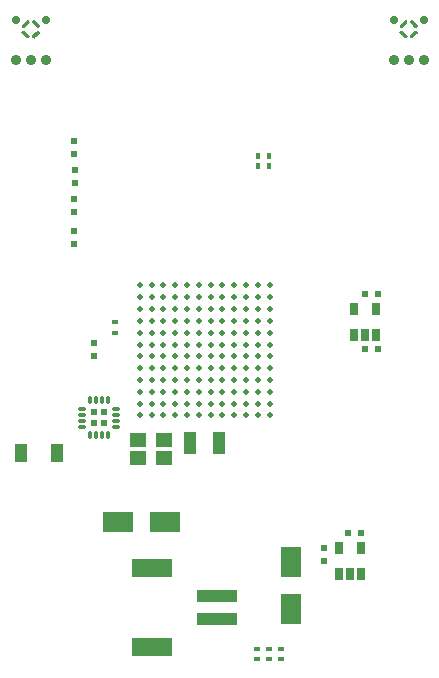
<source format=gbr>
G04 #@! TF.GenerationSoftware,KiCad,Pcbnew,(5.0.1-3-g963ef8bb5)*
G04 #@! TF.CreationDate,2019-03-06T12:47:45-08:00*
G04 #@! TF.ProjectId,Tympan_D,54796D70616E5F442E6B696361645F70,rev?*
G04 #@! TF.SameCoordinates,PX6d878d0PY72e6100*
G04 #@! TF.FileFunction,Paste,Bot*
G04 #@! TF.FilePolarity,Positive*
%FSLAX46Y46*%
G04 Gerber Fmt 4.6, Leading zero omitted, Abs format (unit mm)*
G04 Created by KiCad (PCBNEW (5.0.1-3-g963ef8bb5)) date Wednesday, March 06, 2019 at 12:47:45 PM*
%MOMM*%
%LPD*%
G01*
G04 APERTURE LIST*
%ADD10C,0.300000*%
%ADD11R,1.000000X1.600000*%
%ADD12R,0.650000X1.060000*%
%ADD13R,0.500000X0.600000*%
%ADD14R,0.600000X0.500000*%
%ADD15R,0.400000X0.600000*%
%ADD16R,0.600000X0.400000*%
%ADD17C,0.500380*%
%ADD18R,1.100000X1.900000*%
%ADD19R,1.400000X1.200000*%
%ADD20R,2.500000X1.700000*%
%ADD21R,1.700000X2.500000*%
%ADD22O,0.300000X0.750000*%
%ADD23O,0.750000X0.300000*%
%ADD24R,0.540000X0.540000*%
%ADD25C,0.900000*%
%ADD26C,0.700000*%
%ADD27R,3.500000X1.000000*%
%ADD28R,3.400000X1.500000*%
G04 APERTURE END LIST*
D10*
G04 #@! TO.C,MIC2*
X3615183Y55238370D02*
G75*
G02X3250000Y54880000I-615183J261630D01*
G01*
X2738370Y54884817D02*
G75*
G02X2380000Y55250000I261630J615183D01*
G01*
X2384817Y55761630D02*
G75*
G02X2750000Y56120000I615183J-261630D01*
G01*
X3261630Y56115183D02*
G75*
G02X3620000Y55750000I-261630J-615183D01*
G01*
G04 #@! TO.C,MIC1*
X35615183Y55238370D02*
G75*
G02X35250000Y54880000I-615183J261630D01*
G01*
X34738370Y54884817D02*
G75*
G02X34380000Y55250000I261630J615183D01*
G01*
X34384817Y55761630D02*
G75*
G02X34750000Y56120000I615183J-261630D01*
G01*
X35261630Y56115183D02*
G75*
G02X35620000Y55750000I-261630J-615183D01*
G01*
G04 #@! TD*
D11*
G04 #@! TO.C,F1*
X2200000Y19600000D03*
X5200000Y19600000D03*
G04 #@! TD*
D12*
G04 #@! TO.C,U4*
X32250000Y29650000D03*
X31300000Y29650000D03*
X30350000Y29650000D03*
X30350000Y31850000D03*
X32250000Y31850000D03*
G04 #@! TD*
D13*
G04 #@! TO.C,C14*
X8325000Y28925000D03*
X8325000Y27825000D03*
G04 #@! TD*
D14*
G04 #@! TO.C,C20*
X32400000Y28400000D03*
X31300000Y28400000D03*
G04 #@! TD*
D13*
G04 #@! TO.C,C21*
X27850000Y10450000D03*
X27850000Y11550000D03*
G04 #@! TD*
D14*
G04 #@! TO.C,C22*
X32400000Y33125000D03*
X31300000Y33125000D03*
G04 #@! TD*
D13*
G04 #@! TO.C,C23*
X6700000Y46050000D03*
X6700000Y44950000D03*
G04 #@! TD*
G04 #@! TO.C,C24*
X6725000Y43600000D03*
X6725000Y42500000D03*
G04 #@! TD*
G04 #@! TO.C,C25*
X6700000Y41150000D03*
X6700000Y40050000D03*
G04 #@! TD*
G04 #@! TO.C,C26*
X6700000Y38396000D03*
X6700000Y37296000D03*
G04 #@! TD*
D15*
G04 #@! TO.C,R19*
X22250000Y44800000D03*
X23150000Y44800000D03*
G04 #@! TD*
G04 #@! TO.C,R20*
X22250000Y43900000D03*
X23150000Y43900000D03*
G04 #@! TD*
D16*
G04 #@! TO.C,R23*
X10125000Y29825000D03*
X10125000Y30725000D03*
G04 #@! TD*
D17*
G04 #@! TO.C,IC1*
X23225640Y33815040D03*
X22224880Y33815040D03*
X21224120Y33815040D03*
X20225900Y33815040D03*
X19225140Y33815040D03*
X18224380Y33815040D03*
X17226160Y33815040D03*
X16225400Y33815040D03*
X15224640Y33815040D03*
X14223880Y33815040D03*
X13225660Y33815040D03*
X12224900Y33815040D03*
X23225640Y32814280D03*
X23225640Y31813520D03*
X23225640Y30815300D03*
X23225640Y29814540D03*
X23225640Y28813780D03*
X23225640Y27815560D03*
X23225640Y26814800D03*
X23225640Y25814040D03*
X12224900Y32814280D03*
X13225660Y32814280D03*
X14223880Y32814280D03*
X15224640Y32814280D03*
X16225400Y32814280D03*
X17226160Y32814280D03*
X18224380Y32814280D03*
X19225140Y32814280D03*
X22224880Y32814280D03*
X21224120Y32814280D03*
X20225900Y32814280D03*
X22224880Y31813520D03*
X21224120Y31813520D03*
X20225900Y31813520D03*
X19225140Y31813520D03*
X18224380Y31813520D03*
X17226160Y31813520D03*
X16225400Y31813520D03*
X15224640Y31813520D03*
X22224880Y30815300D03*
X21224120Y30815300D03*
X20225900Y30815300D03*
X19225140Y30815300D03*
X18224380Y30815300D03*
X17226160Y30815300D03*
X16225400Y30815300D03*
X15224640Y30815300D03*
X22224880Y29814540D03*
X21224120Y29814540D03*
X20225900Y29814540D03*
X14223880Y31813520D03*
X14223880Y30815300D03*
X13225660Y31813520D03*
X13225660Y30815300D03*
X12224900Y30815300D03*
X12224900Y31813520D03*
X22224880Y28813780D03*
X21224120Y28813780D03*
X20225900Y28813780D03*
X20225900Y27815560D03*
X21224120Y27815560D03*
X22224880Y27815560D03*
X22224880Y26814800D03*
X21224120Y26814800D03*
X20225900Y26814800D03*
X20225900Y25814040D03*
X21224120Y25814040D03*
X22224880Y25814040D03*
X23225640Y24813280D03*
X22224880Y24813280D03*
X21224120Y24813280D03*
X20225900Y24813280D03*
X20225900Y23815060D03*
X21224120Y23815060D03*
X22224880Y23815060D03*
X23225640Y23815060D03*
X23225640Y22814300D03*
X22224880Y22814300D03*
X21224120Y22814300D03*
X20225900Y22814300D03*
X16225400Y29814540D03*
X17226160Y29814540D03*
X18224380Y29814540D03*
X19225140Y29814540D03*
X19225140Y28813780D03*
X18224380Y28813780D03*
X17226160Y28813780D03*
X16225400Y28813780D03*
X19225140Y27815560D03*
X18224380Y27815560D03*
X17226160Y27815560D03*
X16225400Y27815560D03*
X19225140Y26814800D03*
X18224380Y26814800D03*
X17226160Y26814800D03*
X16225400Y26814800D03*
X19225140Y25814040D03*
X18224380Y25814040D03*
X17226160Y25814040D03*
X16225400Y25814040D03*
X19225140Y24813280D03*
X18224380Y24813280D03*
X17226160Y24813280D03*
X16225400Y24813280D03*
X19225140Y23815060D03*
X18224380Y23815060D03*
X17226160Y23815060D03*
X16225400Y23815060D03*
X19225140Y22814300D03*
X18224380Y22814300D03*
X17226160Y22814300D03*
X16225400Y22814300D03*
X15224640Y29814540D03*
X14223880Y29814540D03*
X13225660Y29814540D03*
X12224900Y29814540D03*
X15224640Y28813780D03*
X14223880Y28813780D03*
X13225660Y28813780D03*
X12224900Y28813780D03*
X15224640Y25814040D03*
X12224900Y27815560D03*
X13225660Y27815560D03*
X14223880Y27815560D03*
X15224640Y27815560D03*
X15224640Y26814800D03*
X14223880Y26814800D03*
X13225660Y26814800D03*
X12224900Y26814800D03*
X14223880Y25814040D03*
X13225660Y25814040D03*
X12224900Y25814040D03*
X15224640Y22814300D03*
X15224640Y23815060D03*
X15224640Y24813280D03*
X14223880Y24813280D03*
X14223880Y23815060D03*
X14223880Y22814300D03*
X13225660Y22814300D03*
X13225660Y23815060D03*
X13225660Y24813280D03*
X12224900Y24813280D03*
X12224900Y23815060D03*
X12224900Y22814300D03*
G04 #@! TD*
D18*
G04 #@! TO.C,Y1*
X18975000Y20450000D03*
X16475000Y20450000D03*
G04 #@! TD*
D19*
G04 #@! TO.C,Y2*
X14300000Y19175000D03*
X12100000Y19175000D03*
X12100000Y20775000D03*
X14300000Y20775000D03*
G04 #@! TD*
D14*
G04 #@! TO.C,C34*
X31000000Y12850000D03*
X29900000Y12850000D03*
G04 #@! TD*
D20*
G04 #@! TO.C,D4*
X14350000Y13800000D03*
X10350000Y13800000D03*
G04 #@! TD*
D21*
G04 #@! TO.C,D5*
X25000000Y10400000D03*
X25000000Y6400000D03*
G04 #@! TD*
D16*
G04 #@! TO.C,R34*
X23200000Y3050000D03*
X23200000Y2150000D03*
G04 #@! TD*
G04 #@! TO.C,R35*
X24200000Y3050000D03*
X24200000Y2150000D03*
G04 #@! TD*
G04 #@! TO.C,R36*
X22200000Y3050000D03*
X22200000Y2150000D03*
G04 #@! TD*
D12*
G04 #@! TO.C,U1*
X31000000Y9350000D03*
X30050000Y9350000D03*
X29100000Y9350000D03*
X29100000Y11550000D03*
X31000000Y11550000D03*
G04 #@! TD*
D22*
G04 #@! TO.C,IC2*
X8025000Y24100000D03*
X8525000Y24100000D03*
X9025000Y24100000D03*
X9525000Y24100000D03*
D23*
X10250000Y23375000D03*
X10250000Y22875000D03*
X10250000Y22375000D03*
X10250000Y21875000D03*
D22*
X9525000Y21150000D03*
X9025000Y21150000D03*
X8525000Y21150000D03*
X8025000Y21150000D03*
D23*
X7300000Y21875000D03*
X7300000Y22375000D03*
X7300000Y22875000D03*
X7300000Y23375000D03*
D24*
X9225000Y22175000D03*
X8325000Y22175000D03*
X9225000Y23075000D03*
X8325000Y23075000D03*
G04 #@! TD*
D25*
G04 #@! TO.C,MIC2*
X1735000Y52884000D03*
X3000000Y52884000D03*
X4265000Y52884000D03*
D26*
X1735000Y56290000D03*
X4265000Y56290000D03*
G04 #@! TD*
D27*
G04 #@! TO.C,BT1*
X18800000Y5550000D03*
X18800000Y7550000D03*
D28*
X13250000Y3200000D03*
X13250000Y9900000D03*
G04 #@! TD*
D25*
G04 #@! TO.C,MIC1*
X33735000Y52884000D03*
X35000000Y52884000D03*
X36265000Y52884000D03*
D26*
X33735000Y56290000D03*
X36265000Y56290000D03*
G04 #@! TD*
M02*

</source>
